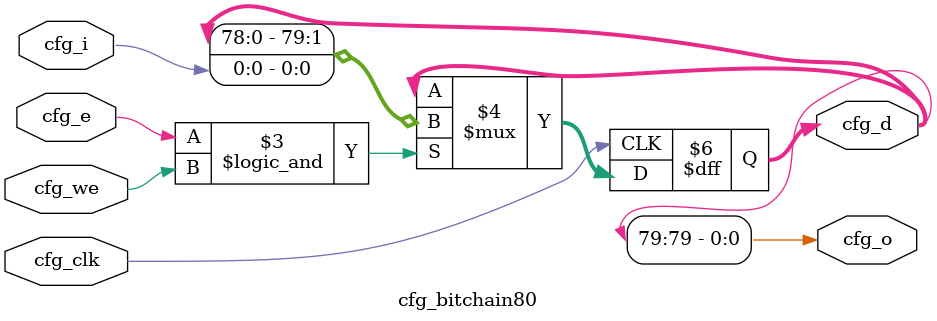
<source format=v>
module cfg_bitchain80 (
    input wire [0:0] cfg_clk,
    input wire [0:0] cfg_e,
    input wire [0:0] cfg_we,
    input wire [0:0] cfg_i,
    output reg [0:0] cfg_o,
    output reg [79:0] cfg_d
    );

    // combinational outputs
    always @* begin
        cfg_o = cfg_d[79];
    end

    always @(posedge cfg_clk) begin
        if (cfg_e && cfg_we) begin
            cfg_d <= {cfg_d, cfg_i};
        end
    end

endmodule

</source>
